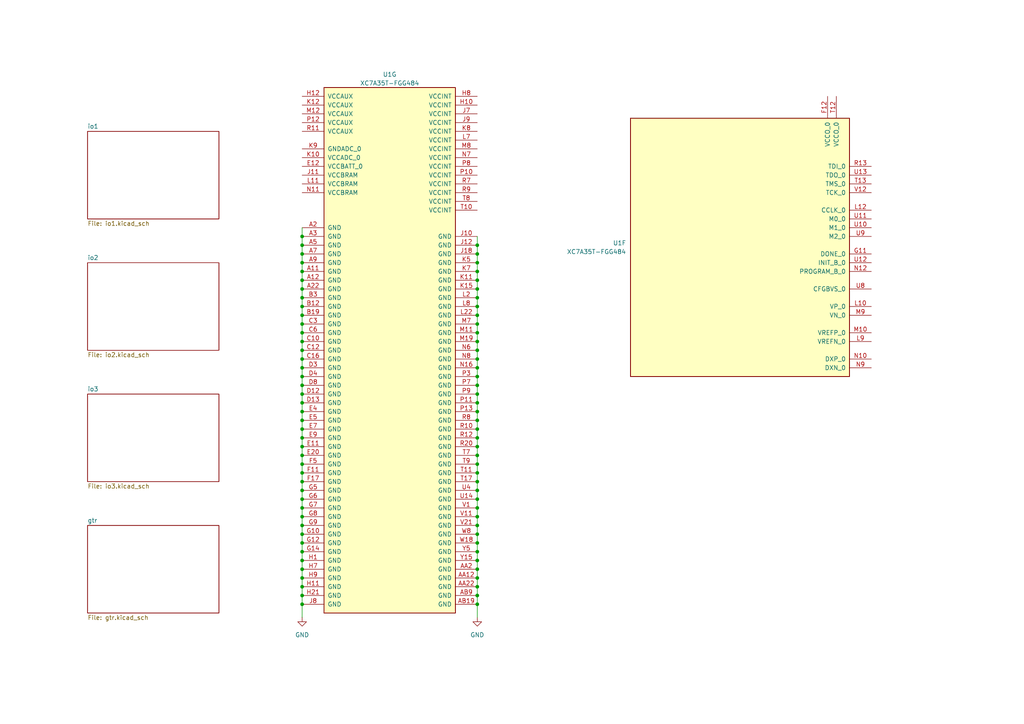
<source format=kicad_sch>
(kicad_sch (version 20250114) (generator "eeschema") (generator_version "9.0")
  (paper "A4")
  (lib_symbols
    (symbol "FPGA_Xilinx_Artix7:XC7A35T-FGG484" (pin_names (offset 1.016))
      (property "Reference" "U" (at 0 1.27 0))
      (property "Value" "XC7A35T-FGG484" (at 0 -1.27 0))
      (symbol "XC7A35T-FGG484_1_1"
        (rectangle (start -44.45 67.31) (end 44.45 -73.66) (stroke (width 0.254)) (fill (type background)))
        (pin power_in line (at -40.64 73.66 270) (length 6.35) (name "VCCO_13") (number "AA17"))
        (pin power_in line (at -38.1 73.66 270) (length 6.35) (name "VCCO_13") (number "AB14"))
        (pin power_in line (at -35.56 73.66 270) (length 6.35) (name "VCCO_13") (number "V16"))
        (pin power_in line (at -33.02 73.66 270) (length 6.35) (name "VCCO_13") (number "W13"))
        (pin power_in line (at -30.48 73.66 270) (length 6.35) (name "VCCO_13") (number "Y10"))
        (pin power_in line (at 27.94 73.66 270) (length 6.35) (name "VCCO_14") (number "M14"))
        (pin power_in line (at 30.48 73.66 270) (length 6.35) (name "VCCO_14") (number "P18"))
        (pin power_in line (at 33.02 73.66 270) (length 6.35) (name "VCCO_14") (number "R15"))
        (pin power_in line (at 35.56 73.66 270) (length 6.35) (name "VCCO_14") (number "T22"))
        (pin power_in line (at 38.1 73.66 270) (length 6.35) (name "VCCO_14") (number "U19"))
        (pin power_in line (at 40.64 73.66 270) (length 6.35) (name "VCCO_14") (number "Y20"))
        (pin bidirectional line (at 50.8 53.34 180) (length 6.35) (name "IO_0_14") (number "P20"))
        (pin bidirectional line (at 50.8 50.8 180) (length 6.35) (name "IO_L1P_T0_D00_MOSI_14") (number "P22"))
        (pin bidirectional line (at 50.8 48.26 180) (length 6.35) (name "IO_L1N_T0_D01_DIN_14") (number "R22"))
        (pin bidirectional line (at 50.8 45.72 180) (length 6.35) (name "IO_L2P_T0_D02_14") (number "P21"))
        (pin bidirectional line (at 50.8 43.18 180) (length 6.35) (name "IO_L2N_T0_D03_14") (number "R21"))
        (pin bidirectional line (at 50.8 40.64 180) (length 6.35) (name "IO_L3P_T0_DQS_PUDC_B_14") (number "U22"))
        (pin bidirectional line (at 50.8 38.1 180) (length 6.35) (name "IO_L3N_T0_DQS_EMCCLK_14") (number "V22"))
        (pin bidirectional line (at 50.8 35.56 180) (length 6.35) (name "IO_L4P_T0_D04_14") (number "T21"))
        (pin bidirectional line (at 50.8 33.02 180) (length 6.35) (name "IO_L4N_T0_D05_14") (number "U21"))
        (pin bidirectional line (at 50.8 30.48 180) (length 6.35) (name "IO_L5P_T0_D06_14") (number "P19"))
        (pin bidirectional line (at 50.8 27.94 180) (length 6.35) (name "IO_L5N_T0_D07_14") (number "R19"))
        (pin bidirectional line (at 50.8 25.4 180) (length 6.35) (name "IO_L6P_T0_FCS_B_14") (number "T19"))
        (pin bidirectional line (at 50.8 22.86 180) (length 6.35) (name "IO_L6N_T0_D08_VREF_14") (number "T20"))
        (pin bidirectional line (at 50.8 20.32 180) (length 6.35) (name "IO_L7P_T1_D09_14") (number "W21"))
        (pin bidirectional line (at 50.8 17.78 180) (length 6.35) (name "IO_L7N_T1_D10_14") (number "W22"))
        (pin bidirectional line (at 50.8 15.24 180) (length 6.35) (name "IO_L8P_T1_D11_14") (number "AA20"))
        (pin bidirectional line (at 50.8 12.7 180) (length 6.35) (name "IO_L8N_T1_D12_14") (number "AA21"))
        (pin bidirectional line (at 50.8 10.16 180) (length 6.35) (name "IO_L9P_T1_DQS_14") (number "Y21"))
        (pin bidirectional line (at 50.8 7.62 180) (length 6.35) (name "IO_L9N_T1_DQS_D13_14") (number "Y22"))
        (pin bidirectional line (at 50.8 5.08 180) (length 6.35) (name "IO_L10P_T1_D14_14") (number "AB21"))
        (pin bidirectional line (at 50.8 2.54 180) (length 6.35) (name "IO_L10N_T1_D15_14") (number "AB22"))
        (pin bidirectional line (at 50.8 0 180) (length 6.35) (name "IO_L11P_T1_SRCC_14") (number "U20"))
        (pin bidirectional line (at 50.8 -2.54 180) (length 6.35) (name "IO_L11N_T1_SRCC_14") (number "V20"))
        (pin bidirectional line (at 50.8 -5.08 180) (length 6.35) (name "IO_L12P_T1_MRCC_14") (number "W19"))
        (pin bidirectional line (at 50.8 -7.62 180) (length 6.35) (name "IO_L12N_T1_MRCC_14") (number "W20"))
        (pin bidirectional line (at 50.8 -10.16 180) (length 6.35) (name "IO_L13P_T2_MRCC_14") (number "Y18"))
        (pin bidirectional line (at 50.8 -12.7 180) (length 6.35) (name "IO_L13N_T2_MRCC_14") (number "Y19"))
        (pin bidirectional line (at 50.8 -15.24 180) (length 6.35) (name "IO_L14P_T2_SRCC_14") (number "V18"))
        (pin bidirectional line (at 50.8 -17.78 180) (length 6.35) (name "IO_L14N_T2_SRCC_14") (number "V19"))
        (pin bidirectional line (at 50.8 -20.32 180) (length 6.35) (name "IO_L15P_T2_DQS_RDWR_B_14") (number "AA19"))
        (pin bidirectional line (at 50.8 -22.86 180) (length 6.35) (name "IO_L15N_T2_DQS_DOUT_CSO_B_14") (number "AB20"))
        (pin bidirectional line (at 50.8 -25.4 180) (length 6.35) (name "IO_L16P_T2_CSI_B_14") (number "V17"))
        (pin bidirectional line (at 50.8 -27.94 180) (length 6.35) (name "IO_L16N_T2_A15_D31_14") (number "W17"))
        (pin bidirectional line (at 50.8 -30.48 180) (length 6.35) (name "IO_L17P_T2_A14_D30_14") (number "AA18"))
        (pin bidirectional line (at 50.8 -33.02 180) (length 6.35) (name "IO_L17N_T2_A13_D29_14") (number "AB18"))
        (pin bidirectional line (at 50.8 -35.56 180) (length 6.35) (name "IO_L18P_T2_A12_D28_14") (number "U17"))
        (pin bidirectional line (at 50.8 -38.1 180) (length 6.35) (name "IO_L18N_T2_A11_D27_14") (number "U18"))
        (pin bidirectional line (at 50.8 -40.64 180) (length 6.35) (name "IO_L19P_T3_A10_D26_14") (number "P14"))
        (pin bidirectional line (at 50.8 -43.18 180) (length 6.35) (name "IO_L19N_T3_A09_D25_VREF_14") (number "R14"))
        (pin bidirectional line (at 50.8 -45.72 180) (length 6.35) (name "IO_L20P_T3_A08_D24_14") (number "R18"))
        (pin bidirectional line (at 50.8 -48.26 180) (length 6.35) (name "IO_L20N_T3_A07_D23_14") (number "T18"))
        (pin bidirectional line (at 50.8 -50.8 180) (length 6.35) (name "IO_L21P_T3_DQS_14") (number "N17"))
        (pin bidirectional line (at 50.8 -53.34 180) (length 6.35) (name "IO_L21N_T3_DQS_A06_D22_14") (number "P17"))
        (pin bidirectional line (at 50.8 -55.88 180) (length 6.35) (name "IO_L22P_T3_A05_D21_14") (number "P15"))
        (pin bidirectional line (at 50.8 -58.42 180) (length 6.35) (name "IO_L22N_T3_A04_D20_14") (number "R16"))
        (pin bidirectional line (at 50.8 -60.96 180) (length 6.35) (name "IO_L23P_T3_A03_D19_14") (number "N13"))
        (pin bidirectional line (at 50.8 -63.5 180) (length 6.35) (name "IO_L23N_T3_A02_D18_14") (number "N14"))
        (pin bidirectional line (at 50.8 -66.04 180) (length 6.35) (name "IO_L24P_T3_A01_D17_14") (number "P16"))
        (pin bidirectional line (at 50.8 -68.58 180) (length 6.35) (name "IO_L24N_T3_A00_D16_14") (number "R17"))
        (pin bidirectional line (at 50.8 -71.12 180) (length 6.35) (name "IO_25_14") (number "N15"))
      )
      (symbol "XC7A35T-FGG484_2_1"
        (rectangle (start -44.45 67.31) (end 44.45 -73.66) (stroke (width 0.254)) (fill (type background)))
        (pin bidirectional line (at -50.8 53.34 0) (length 6.35) (name "IO_0_15") (number "J16"))
        (pin bidirectional line (at -50.8 50.8 0) (length 6.35) (name "IO_L1P_T0_AD0P_15") (number "H13"))
        (pin bidirectional line (at -50.8 48.26 0) (length 6.35) (name "IO_L1N_T0_AD0N_15") (number "G13"))
        (pin bidirectional line (at -50.8 45.72 0) (length 6.35) (name "IO_L2P_T0_AD8P_15") (number "G15"))
        (pin bidirectional line (at -50.8 43.18 0) (length 6.35) (name "IO_L2N_T0_AD8N_15") (number "G16"))
        (pin bidirectional line (at -50.8 40.64 0) (length 6.35) (name "IO_L3P_T0_DQS_AD1P_15") (number "J14"))
        (pin bidirectional line (at -50.8 38.1 0) (length 6.35) (name "IO_L3N_T0_DQS_AD1N_15") (number "H14"))
        (pin bidirectional line (at -50.8 35.56 0) (length 6.35) (name "IO_L4P_T0_15") (number "G17"))
        (pin bidirectional line (at -50.8 33.02 0) (length 6.35) (name "IO_L4N_T0_15") (number "G18"))
        (pin bidirectional line (at -50.8 30.48 0) (length 6.35) (name "IO_L5P_T0_AD9P_15") (number "J15"))
        (pin bidirectional line (at -50.8 27.94 0) (length 6.35) (name "IO_L5N_T0_AD9N_15") (number "H15"))
        (pin bidirectional line (at -50.8 25.4 0) (length 6.35) (name "IO_L6P_T0_15") (number "H17"))
        (pin bidirectional line (at -50.8 22.86 0) (length 6.35) (name "IO_L6N_T0_VREF_15") (number "H18"))
        (pin bidirectional line (at -50.8 20.32 0) (length 6.35) (name "IO_L7P_T1_AD2P_15") (number "J22"))
        (pin bidirectional line (at -50.8 17.78 0) (length 6.35) (name "IO_L7N_T1_AD2N_15") (number "H22"))
        (pin bidirectional line (at -50.8 15.24 0) (length 6.35) (name "IO_L8P_T1_AD10P_15") (number "H20"))
        (pin bidirectional line (at -50.8 12.7 0) (length 6.35) (name "IO_L8N_T1_AD10N_15") (number "G20"))
        (pin bidirectional line (at -50.8 10.16 0) (length 6.35) (name "IO_L9P_T1_DQS_AD3P_15") (number "K21"))
        (pin bidirectional line (at -50.8 7.62 0) (length 6.35) (name "IO_L9N_T1_DQS_AD3N_15") (number "K22"))
        (pin bidirectional line (at -50.8 5.08 0) (length 6.35) (name "IO_L10P_T1_AD11P_15") (number "M21"))
        (pin bidirectional line (at -50.8 2.54 0) (length 6.35) (name "IO_L10N_T1_AD11N_15") (number "L21"))
        (pin bidirectional line (at -50.8 0 0) (length 6.35) (name "IO_L11P_T1_SRCC_15") (number "J20"))
        (pin bidirectional line (at -50.8 -2.54 0) (length 6.35) (name "IO_L11N_T1_SRCC_15") (number "J21"))
        (pin bidirectional line (at -50.8 -5.08 0) (length 6.35) (name "IO_L12P_T1_MRCC_15") (number "J19"))
        (pin bidirectional line (at -50.8 -7.62 0) (length 6.35) (name "IO_L12N_T1_MRCC_15") (number "H19"))
        (pin bidirectional line (at -50.8 -10.16 0) (length 6.35) (name "IO_L13P_T2_MRCC_15") (number "K18"))
        (pin bidirectional line (at -50.8 -12.7 0) (length 6.35) (name "IO_L13N_T2_MRCC_15") (number "K19"))
        (pin bidirectional line (at -50.8 -15.24 0) (length 6.35) (name "IO_L14P_T2_SRCC_15") (number "L19"))
        (pin bidirectional line (at -50.8 -17.78 0) (length 6.35) (name "IO_L14N_T2_SRCC_15") (number "L20"))
        (pin bidirectional line (at -50.8 -20.32 0) (length 6.35) (name "IO_L15P_T2_DQS_15") (number "N22"))
        (pin bidirectional line (at -50.8 -22.86 0) (length 6.35) (name "IO_L15N_T2_DQS_ADV_B_15") (number "M22"))
        (pin bidirectional line (at -50.8 -25.4 0) (length 6.35) (name "IO_L16P_T2_A28_15") (number "M18"))
        (pin bidirectional line (at -50.8 -27.94 0) (length 6.35) (name "IO_L16N_T2_A27_15") (number "L18"))
        (pin bidirectional line (at -50.8 -30.48 0) (length 6.35) (name "IO_L17P_T2_A26_15") (number "N18"))
        (pin bidirectional line (at -50.8 -33.02 0) (length 6.35) (name "IO_L17N_T2_A25_15") (number "N19"))
        (pin bidirectional line (at -50.8 -35.56 0) (length 6.35) (name "IO_L18P_T2_A24_15") (number "N20"))
        (pin bidirectional line (at -50.8 -38.1 0) (length 6.35) (name "IO_L18N_T2_A23_15") (number "M20"))
        (pin bidirectional line (at -50.8 -40.64 0) (length 6.35) (name "IO_L19P_T3_A22_15") (number "K13"))
        (pin bidirectional line (at -50.8 -43.18 0) (length 6.35) (name "IO_L19N_T3_A21_VREF_15") (number "K14"))
        (pin bidirectional line (at -50.8 -45.72 0) (length 6.35) (name "IO_L20P_T3_A20_15") (number "M13"))
        (pin bidirectional line (at -50.8 -48.26 0) (length 6.35) (name "IO_L20N_T3_A19_15") (number "L13"))
        (pin bidirectional line (at -50.8 -50.8 0) (length 6.35) (name "IO_L21P_T3_DQS_15") (number "K17"))
        (pin bidirectional line (at -50.8 -53.34 0) (length 6.35) (name "IO_L21N_T3_DQS_A18_15") (number "J17"))
        (pin bidirectional line (at -50.8 -55.88 0) (length 6.35) (name "IO_L22P_T3_A17_15") (number "L14"))
        (pin bidirectional line (at -50.8 -58.42 0) (length 6.35) (name "IO_L22N_T3_A16_15") (number "L15"))
        (pin bidirectional line (at -50.8 -60.96 0) (length 6.35) (name "IO_L23P_T3_FOE_B_15") (number "L16"))
        (pin bidirectional line (at -50.8 -63.5 0) (length 6.35) (name "IO_L23N_T3_FWE_B_15") (number "K16"))
        (pin bidirectional line (at -50.8 -66.04 0) (length 6.35) (name "IO_L24P_T3_RS1_15") (number "M15"))
        (pin bidirectional line (at -50.8 -68.58 0) (length 6.35) (name "IO_L24N_T3_RS0_15") (number "M16"))
        (pin bidirectional line (at -50.8 -71.12 0) (length 6.35) (name "IO_25_15") (number "M17"))
        (pin power_in line (at -40.64 73.66 270) (length 6.35) (name "VCCO_15") (number "G19"))
        (pin power_in line (at -38.1 73.66 270) (length 6.35) (name "VCCO_15") (number "H16"))
        (pin power_in line (at -35.56 73.66 270) (length 6.35) (name "VCCO_15") (number "J13"))
        (pin power_in line (at -33.02 73.66 270) (length 6.35) (name "VCCO_15") (number "K20"))
        (pin power_in line (at -30.48 73.66 270) (length 6.35) (name "VCCO_15") (number "L17"))
        (pin power_in line (at -27.94 73.66 270) (length 6.35) (name "VCCO_15") (number "N21"))
        (pin power_in line (at 27.94 73.66 270) (length 6.35) (name "VCCO_16") (number "A17"))
        (pin power_in line (at 30.48 73.66 270) (length 6.35) (name "VCCO_16") (number "B14"))
        (pin power_in line (at 33.02 73.66 270) (length 6.35) (name "VCCO_16") (number "C21"))
        (pin power_in line (at 35.56 73.66 270) (length 6.35) (name "VCCO_16") (number "D18"))
        (pin power_in line (at 38.1 73.66 270) (length 6.35) (name "VCCO_16") (number "E15"))
        (pin power_in line (at 40.64 73.66 270) (length 6.35) (name "VCCO_16") (number "F22"))
        (pin bidirectional line (at 50.8 53.34 180) (length 6.35) (name "IO_0_16") (number "F15"))
        (pin bidirectional line (at 50.8 50.8 180) (length 6.35) (name "IO_L1P_T0_16") (number "F13"))
        (pin bidirectional line (at 50.8 48.26 180) (length 6.35) (name "IO_L1N_T0_16") (number "F14"))
        (pin bidirectional line (at 50.8 45.72 180) (length 6.35) (name "IO_L2P_T0_16") (number "F16"))
        (pin bidirectional line (at 50.8 43.18 180) (length 6.35) (name "IO_L2N_T0_16") (number "E17"))
        (pin bidirectional line (at 50.8 40.64 180) (length 6.35) (name "IO_L3P_T0_DQS_16") (number "C14"))
        (pin bidirectional line (at 50.8 38.1 180) (length 6.35) (name "IO_L3N_T0_DQS_16") (number "C15"))
        (pin bidirectional line (at 50.8 35.56 180) (length 6.35) (name "IO_L4P_T0_16") (number "E13"))
        (pin bidirectional line (at 50.8 33.02 180) (length 6.35) (name "IO_L4N_T0_16") (number "E14"))
        (pin bidirectional line (at 50.8 30.48 180) (length 6.35) (name "IO_L5P_T0_16") (number "E16"))
        (pin bidirectional line (at 50.8 27.94 180) (length 6.35) (name "IO_L5N_T0_16") (number "D16"))
        (pin bidirectional line (at 50.8 25.4 180) (length 6.35) (name "IO_L6P_T0_16") (number "D14"))
        (pin bidirectional line (at 50.8 22.86 180) (length 6.35) (name "IO_L6N_T0_VREF_16") (number "D15"))
        (pin bidirectional line (at 50.8 20.32 180) (length 6.35) (name "IO_L7P_T1_16") (number "B15"))
        (pin bidirectional line (at 50.8 17.78 180) (length 6.35) (name "IO_L7N_T1_16") (number "B16"))
        (pin bidirectional line (at 50.8 15.24 180) (length 6.35) (name "IO_L8P_T1_16") (number "C13"))
        (pin bidirectional line (at 50.8 12.7 180) (length 6.35) (name "IO_L8N_T1_16") (number "B13"))
        (pin bidirectional line (at 50.8 10.16 180) (length 6.35) (name "IO_L9P_T1_DQS_16") (number "A15"))
        (pin bidirectional line (at 50.8 7.62 180) (length 6.35) (name "IO_L9N_T1_DQS_16") (number "A16"))
        (pin bidirectional line (at 50.8 5.08 180) (length 6.35) (name "IO_L10P_T1_16") (number "A13"))
        (pin bidirectional line (at 50.8 2.54 180) (length 6.35) (name "IO_L10N_T1_16") (number "A14"))
        (pin bidirectional line (at 50.8 0 180) (length 6.35) (name "IO_L11P_T1_SRCC_16") (number "B17"))
        (pin bidirectional line (at 50.8 -2.54 180) (length 6.35) (name "IO_L11N_T1_SRCC_16") (number "B18"))
        (pin bidirectional line (at 50.8 -5.08 180) (length 6.35) (name "IO_L12P_T1_MRCC_16") (number "D17"))
        (pin bidirectional line (at 50.8 -7.62 180) (length 6.35) (name "IO_L12N_T1_MRCC_16") (number "C17"))
        (pin bidirectional line (at 50.8 -10.16 180) (length 6.35) (name "IO_L13P_T2_MRCC_16") (number "C18"))
        (pin bidirectional line (at 50.8 -12.7 180) (length 6.35) (name "IO_L13N_T2_MRCC_16") (number "C19"))
        (pin bidirectional line (at 50.8 -15.24 180) (length 6.35) (name "IO_L14P_T2_SRCC_16") (number "E19"))
        (pin bidirectional line (at 50.8 -17.78 180) (length 6.35) (name "IO_L14N_T2_SRCC_16") (number "D19"))
        (pin bidirectional line (at 50.8 -20.32 180) (length 6.35) (name "IO_L15P_T2_DQS_16") (number "F18"))
        (pin bidirectional line (at 50.8 -22.86 180) (length 6.35) (name "IO_L15N_T2_DQS_16") (number "E18"))
        (pin bidirectional line (at 50.8 -25.4 180) (length 6.35) (name "IO_L16P_T2_16") (number "B20"))
        (pin bidirectional line (at 50.8 -27.94 180) (length 6.35) (name "IO_L16N_T2_16") (number "A20"))
        (pin bidirectional line (at 50.8 -30.48 180) (length 6.35) (name "IO_L17P_T2_16") (number "A18"))
        (pin bidirectional line (at 50.8 -33.02 180) (length 6.35) (name "IO_L17N_T2_16") (number "A19"))
        (pin bidirectional line (at 50.8 -35.56 180) (length 6.35) (name "IO_L18P_T2_16") (number "F19"))
        (pin bidirectional line (at 50.8 -38.1 180) (length 6.35) (name "IO_L18N_T2_16") (number "F20"))
        (pin bidirectional line (at 50.8 -40.64 180) (length 6.35) (name "IO_L19P_T3_16") (number "D20"))
        (pin bidirectional line (at 50.8 -43.18 180) (length 6.35) (name "IO_L19N_T3_VREF_16") (number "C20"))
        (pin bidirectional line (at 50.8 -45.72 180) (length 6.35) (name "IO_L20P_T3_16") (number "C22"))
        (pin bidirectional line (at 50.8 -48.26 180) (length 6.35) (name "IO_L20N_T3_16") (number "B22"))
        (pin bidirectional line (at 50.8 -50.8 180) (length 6.35) (name "IO_L21P_T3_DQS_16") (number "B21"))
        (pin bidirectional line (at 50.8 -53.34 180) (length 6.35) (name "IO_L21N_T3_DQS_16") (number "A21"))
        (pin bidirectional line (at 50.8 -55.88 180) (length 6.35) (name "IO_L22P_T3_16") (number "E22"))
        (pin bidirectional line (at 50.8 -58.42 180) (length 6.35) (name "IO_L22N_T3_16") (number "D22"))
        (pin bidirectional line (at 50.8 -60.96 180) (length 6.35) (name "IO_L23P_T3_16") (number "E21"))
        (pin bidirectional line (at 50.8 -63.5 180) (length 6.35) (name "IO_L23N_T3_16") (number "D21"))
        (pin bidirectional line (at 50.8 -66.04 180) (length 6.35) (name "IO_L24P_T3_16") (number "G21"))
        (pin bidirectional line (at 50.8 -68.58 180) (length 6.35) (name "IO_L24N_T3_16") (number "G22"))
        (pin bidirectional line (at 50.8 -71.12 180) (length 6.35) (name "IO_25_16") (number "F21"))
      )
      (symbol "XC7A35T-FGG484_3_1"
        (rectangle (start -44.45 67.31) (end 44.45 -73.66) (stroke (width 0.254)) (fill (type background)))
        (pin bidirectional line (at -50.8 53.34 0) (length 6.35) (name "IO_0_34") (number "T3"))
        (pin bidirectional line (at -50.8 50.8 0) (length 6.35) (name "IO_L1P_T0_34") (number "T1"))
        (pin bidirectional line (at -50.8 48.26 0) (length 6.35) (name "IO_L1N_T0_34") (number "U1"))
        (pin bidirectional line (at -50.8 45.72 0) (length 6.35) (name "IO_L2P_T0_34") (number "U2"))
        (pin bidirectional line (at -50.8 43.18 0) (length 6.35) (name "IO_L2N_T0_34") (number "V2"))
        (pin bidirectional line (at -50.8 40.64 0) (length 6.35) (name "IO_L3P_T0_DQS_34") (number "R3"))
        (pin bidirectional line (at -50.8 38.1 0) (length 6.35) (name "IO_L3N_T0_DQS_34") (number "R2"))
        (pin bidirectional line (at -50.8 35.56 0) (length 6.35) (name "IO_L4P_T0_34") (number "W2"))
        (pin bidirectional line (at -50.8 33.02 0) (length 6.35) (name "IO_L4N_T0_34") (number "Y2"))
        (pin bidirectional line (at -50.8 30.48 0) (length 6.35) (name "IO_L5P_T0_34") (number "W1"))
        (pin bidirectional line (at -50.8 27.94 0) (length 6.35) (name "IO_L5N_T0_34") (number "Y1"))
        (pin bidirectional line (at -50.8 25.4 0) (length 6.35) (name "IO_L6P_T0_34") (number "U3"))
        (pin bidirectional line (at -50.8 22.86 0) (length 6.35) (name "IO_L6N_T0_VREF_34") (number "V3"))
        (pin bidirectional line (at -50.8 20.32 0) (length 6.35) (name "IO_L7P_T1_34") (number "AA1"))
        (pin bidirectional line (at -50.8 17.78 0) (length 6.35) (name "IO_L7N_T1_34") (number "AB1"))
        (pin bidirectional line (at -50.8 15.24 0) (length 6.35) (name "IO_L8P_T1_34") (number "AB3"))
        (pin bidirectional line (at -50.8 12.7 0) (length 6.35) (name "IO_L8N_T1_34") (number "AB2"))
        (pin bidirectional line (at -50.8 10.16 0) (length 6.35) (name "IO_L9P_T1_DQS_34") (number "Y3"))
        (pin bidirectional line (at -50.8 7.62 0) (length 6.35) (name "IO_L9N_T1_DQS_34") (number "AA3"))
        (pin bidirectional line (at -50.8 5.08 0) (length 6.35) (name "IO_L10P_T1_34") (number "AA5"))
        (pin bidirectional line (at -50.8 2.54 0) (length 6.35) (name "IO_L10N_T1_34") (number "AB5"))
        (pin bidirectional line (at -50.8 0 0) (length 6.35) (name "IO_L11P_T1_SRCC_34") (number "Y4"))
        (pin bidirectional line (at -50.8 -2.54 0) (length 6.35) (name "IO_L11N_T1_SRCC_34") (number "AA4"))
        (pin bidirectional line (at -50.8 -5.08 0) (length 6.35) (name "IO_L12P_T1_MRCC_34") (number "V4"))
        (pin bidirectional line (at -50.8 -7.62 0) (length 6.35) (name "IO_L12N_T1_MRCC_34") (number "W4"))
        (pin bidirectional line (at -50.8 -10.16 0) (length 6.35) (name "IO_L13P_T2_MRCC_34") (number "R4"))
        (pin bidirectional line (at -50.8 -12.7 0) (length 6.35) (name "IO_L13N_T2_MRCC_34") (number "T4"))
        (pin bidirectional line (at -50.8 -15.24 0) (length 6.35) (name "IO_L14P_T2_SRCC_34") (number "T5"))
        (pin bidirectional line (at -50.8 -17.78 0) (length 6.35) (name "IO_L14N_T2_SRCC_34") (number "U5"))
        (pin bidirectional line (at -50.8 -20.32 0) (length 6.35) (name "IO_L15P_T2_DQS_34") (number "W6"))
        (pin bidirectional line (at -50.8 -22.86 0) (length 6.35) (name "IO_L15N_T2_DQS_34") (number "W5"))
        (pin bidirectional line (at -50.8 -25.4 0) (length 6.35) (name "IO_L16P_T2_34") (number "U6"))
        (pin bidirectional line (at -50.8 -27.94 0) (length 6.35) (name "IO_L16N_T2_34") (number "V5"))
        (pin bidirectional line (at -50.8 -30.48 0) (length 6.35) (name "IO_L17P_T2_34") (number "R6"))
        (pin bidirectional line (at -50.8 -33.02 0) (length 6.35) (name "IO_L17N_T2_34") (number "T6"))
        (pin bidirectional line (at -50.8 -35.56 0) (length 6.35) (name "IO_L18P_T2_34") (number "Y6"))
        (pin bidirectional line (at -50.8 -38.1 0) (length 6.35) (name "IO_L18N_T2_34") (number "AA6"))
        (pin bidirectional line (at -50.8 -40.64 0) (length 6.35) (name "IO_L19P_T3_34") (number "V7"))
        (pin bidirectional line (at -50.8 -43.18 0) (length 6.35) (name "IO_L19N_T3_VREF_34") (number "W7"))
        (pin bidirectional line (at -50.8 -45.72 0) (length 6.35) (name "IO_L20P_T3_34") (number "AB7"))
        (pin bidirectional line (at -50.8 -48.26 0) (length 6.35) (name "IO_L20N_T3_34") (number "AB6"))
        (pin bidirectional line (at -50.8 -50.8 0) (length 6.35) (name "IO_L21P_T3_DQS_34") (number "V9"))
        (pin bidirectional line (at -50.8 -53.34 0) (length 6.35) (name "IO_L21N_T3_DQS_34") (number "V8"))
        (pin bidirectional line (at -50.8 -55.88 0) (length 6.35) (name "IO_L22P_T3_34") (number "AA8"))
        (pin bidirectional line (at -50.8 -58.42 0) (length 6.35) (name "IO_L22N_T3_34") (number "AB8"))
        (pin bidirectional line (at -50.8 -60.96 0) (length 6.35) (name "IO_L23P_T3_34") (number "Y8"))
        (pin bidirectional line (at -50.8 -63.5 0) (length 6.35) (name "IO_L23N_T3_34") (number "Y7"))
        (pin bidirectional line (at -50.8 -66.04 0) (length 6.35) (name "IO_L24P_T3_34") (number "W9"))
        (pin bidirectional line (at -50.8 -68.58 0) (length 6.35) (name "IO_L24N_T3_34") (number "Y9"))
        (pin bidirectional line (at -50.8 -71.12 0) (length 6.35) (name "IO_25_34") (number "U7"))
        (pin power_in line (at -40.64 73.66 270) (length 6.35) (name "VCCO_34") (number "AA7"))
        (pin power_in line (at -38.1 73.66 270) (length 6.35) (name "VCCO_34") (number "AB4"))
        (pin power_in line (at -35.56 73.66 270) (length 6.35) (name "VCCO_34") (number "R5"))
        (pin power_in line (at -33.02 73.66 270) (length 6.35) (name "VCCO_34") (number "T2"))
        (pin power_in line (at -30.48 73.66 270) (length 6.35) (name "VCCO_34") (number "V6"))
        (pin power_in line (at -27.94 73.66 270) (length 6.35) (name "VCCO_34") (number "W3"))
        (pin power_in line (at 27.94 73.66 270) (length 6.35) (name "VCCO_35") (number "C1"))
        (pin power_in line (at 30.48 73.66 270) (length 6.35) (name "VCCO_35") (number "F2"))
        (pin power_in line (at 33.02 73.66 270) (length 6.35) (name "VCCO_35") (number "H6"))
        (pin power_in line (at 35.56 73.66 270) (length 6.35) (name "VCCO_35") (number "J3"))
        (pin power_in line (at 38.1 73.66 270) (length 6.35) (name "VCCO_35") (number "M4"))
        (pin power_in line (at 40.64 73.66 270) (length 6.35) (name "VCCO_35") (number "N1"))
        (pin bidirectional line (at 50.8 53.34 180) (length 6.35) (name "IO_0_35") (number "F4"))
        (pin bidirectional line (at 50.8 50.8 180) (length 6.35) (name "IO_L1P_T0_AD4P_35") (number "B1"))
        (pin bidirectional line (at 50.8 48.26 180) (length 6.35) (name "IO_L1N_T0_AD4N_35") (number "A1"))
        (pin bidirectional line (at 50.8 45.72 180) (length 6.35) (name "IO_L2P_T0_AD12P_35") (number "C2"))
        (pin bidirectional line (at 50.8 43.18 180) (length 6.35) (name "IO_L2N_T0_AD12N_35") (number "B2"))
        (pin bidirectional line (at 50.8 40.64 180) (length 6.35) (name "IO_L3P_T0_DQS_AD5P_35") (number "E1"))
        (pin bidirectional line (at 50.8 38.1 180) (length 6.35) (name "IO_L3N_T0_DQS_AD5N_35") (number "D1"))
        (pin bidirectional line (at 50.8 35.56 180) (length 6.35) (name "IO_L4P_T0_35") (number "E2"))
        (pin bidirectional line (at 50.8 33.02 180) (length 6.35) (name "IO_L4N_T0_35") (number "D2"))
        (pin bidirectional line (at 50.8 30.48 180) (length 6.35) (name "IO_L5P_T0_AD13P_35") (number "G1"))
        (pin bidirectional line (at 50.8 27.94 180) (length 6.35) (name "IO_L5N_T0_AD13N_35") (number "F1"))
        (pin bidirectional line (at 50.8 25.4 180) (length 6.35) (name "IO_L6P_T0_35") (number "F3"))
        (pin bidirectional line (at 50.8 22.86 180) (length 6.35) (name "IO_L6N_T0_VREF_35") (number "E3"))
        (pin bidirectional line (at 50.8 20.32 180) (length 6.35) (name "IO_L7P_T1_AD6P_35") (number "K1"))
        (pin bidirectional line (at 50.8 17.78 180) (length 6.35) (name "IO_L7N_T1_AD6N_35") (number "J1"))
        (pin bidirectional line (at 50.8 15.24 180) (length 6.35) (name "IO_L8P_T1_AD14P_35") (number "H2"))
        (pin bidirectional line (at 50.8 12.7 180) (length 6.35) (name "IO_L8N_T1_AD14N_35") (number "G2"))
        (pin bidirectional line (at 50.8 10.16 180) (length 6.35) (name "IO_L9P_T1_DQS_AD7P_35") (number "K2"))
        (pin bidirectional line (at 50.8 7.62 180) (length 6.35) (name "IO_L9N_T1_DQS_AD7N_35") (number "J2"))
        (pin bidirectional line (at 50.8 5.08 180) (length 6.35) (name "IO_L10P_T1_AD15P_35") (number "J5"))
        (pin bidirectional line (at 50.8 2.54 180) (length 6.35) (name "IO_L10N_T1_AD15N_35") (number "H5"))
        (pin bidirectional line (at 50.8 0 180) (length 6.35) (name "IO_L11P_T1_SRCC_35") (number "H3"))
        (pin bidirectional line (at 50.8 -2.54 180) (length 6.35) (name "IO_L11N_T1_SRCC_35") (number "G3"))
        (pin bidirectional line (at 50.8 -5.08 180) (length 6.35) (name "IO_L12P_T1_MRCC_35") (number "H4"))
        (pin bidirectional line (at 50.8 -7.62 180) (length 6.35) (name "IO_L12N_T1_MRCC_35") (number "G4"))
        (pin bidirectional line (at 50.8 -10.16 180) (length 6.35) (name "IO_L13P_T2_MRCC_35") (number "K4"))
        (pin bidirectional line (at 50.8 -12.7 180) (length 6.35) (name "IO_L13N_T2_MRCC_35") (number "J4"))
        (pin bidirectional line (at 50.8 -15.24 180) (length 6.35) (name "IO_L14P_T2_SRCC_35") (number "L3"))
        (pin bidirectional line (at 50.8 -17.78 180) (length 6.35) (name "IO_L14N_T2_SRCC_35") (number "K3"))
        (pin bidirectional line (at 50.8 -20.32 180) (length 6.35) (name "IO_L15P_T2_DQS_35") (number "M1"))
        (pin bidirectional line (at 50.8 -22.86 180) (length 6.35) (name "IO_L15N_T2_DQS_35") (number "L1"))
        (pin bidirectional line (at 50.8 -25.4 180) (length 6.35) (name "IO_L16P_T2_35") (number "M3"))
        (pin bidirectional line (at 50.8 -27.94 180) (length 6.35) (name "IO_L16N_T2_35") (number "M2"))
        (pin bidirectional line (at 50.8 -30.48 180) (length 6.35) (name "IO_L17P_T2_35") (number "K6"))
        (pin bidirectional line (at 50.8 -33.02 180) (length 6.35) (name "IO_L17N_T2_35") (number "J6"))
        (pin bidirectional line (at 50.8 -35.56 180) (length 6.35) (name "IO_L18P_T2_35") (number "L5"))
        (pin bidirectional line (at 50.8 -38.1 180) (length 6.35) (name "IO_L18N_T2_35") (number "L4"))
        (pin bidirectional line (at 50.8 -40.64 180) (length 6.35) (name "IO_L19P_T3_35") (number "N4"))
        (pin bidirectional line (at 50.8 -43.18 180) (length 6.35) (name "IO_L19N_T3_VREF_35") (number "N3"))
        (pin bidirectional line (at 50.8 -45.72 180) (length 6.35) (name "IO_L20P_T3_35") (number "R1"))
        (pin bidirectional line (at 50.8 -48.26 180) (length 6.35) (name "IO_L20N_T3_35") (number "P1"))
        (pin bidirectional line (at 50.8 -50.8 180) (length 6.35) (name "IO_L21P_T3_DQS_35") (number "P5"))
        (pin bidirectional line (at 50.8 -53.34 180) (length 6.35) (name "IO_L21N_T3_DQS_35") (number "P4"))
        (pin bidirectional line (at 50.8 -55.88 180) (length 6.35) (name "IO_L22P_T3_35") (number "P2"))
        (pin bidirectional line (at 50.8 -58.42 180) (length 6.35) (name "IO_L22N_T3_35") (number "N2"))
        (pin bidirectional line (at 50.8 -60.96 180) (length 6.35) (name "IO_L23P_T3_35") (number "M6"))
        (pin bidirectional line (at 50.8 -63.5 180) (length 6.35) (name "IO_L23N_T3_35") (number "M5"))
        (pin bidirectional line (at 50.8 -66.04 180) (length 6.35) (name "IO_L24P_T3_35") (number "P6"))
        (pin bidirectional line (at 50.8 -68.58 180) (length 6.35) (name "IO_L24N_T3_35") (number "N5"))
        (pin bidirectional line (at 50.8 -71.12 180) (length 6.35) (name "IO_25_35") (number "L6"))
      )
      (symbol "XC7A35T-FGG484_4_1"
        (rectangle (start -31.75 30.48) (end 31.75 -30.48) (stroke (width 0.254)) (fill (type background)))
        (pin bidirectional line (at -38.1 27.94 0) (length 6.35) (name "MGTPTXP0_216") (number "B4"))
        (pin bidirectional line (at -38.1 25.4 0) (length 6.35) (name "MGTPTXN0_216") (number "A4"))
        (pin bidirectional line (at -38.1 22.86 0) (length 6.35) (name "MGTPTXP1_216") (number "D5"))
        (pin bidirectional line (at -38.1 20.32 0) (length 6.35) (name "MGTPTXN1_216") (number "C5"))
        (pin bidirectional line (at -38.1 17.78 0) (length 6.35) (name "MGTPTXP2_216") (number "B6"))
        (pin bidirectional line (at -38.1 15.24 0) (length 6.35) (name "MGTPTXN2_216") (number "A6"))
        (pin bidirectional line (at -38.1 12.7 0) (length 6.35) (name "MGTPTXP3_216") (number "D7"))
        (pin bidirectional line (at -38.1 10.16 0) (length 6.35) (name "MGTPTXN3_216") (number "C7"))
        (pin bidirectional line (at -38.1 5.08 0) (length 6.35) (name "MGTPRXP0_216") (number "B8"))
        (pin bidirectional line (at -38.1 2.54 0) (length 6.35) (name "MGTPRXN0_216") (number "A8"))
        (pin bidirectional line (at -38.1 0 0) (length 6.35) (name "MGTPRXP1_216") (number "D11"))
        (pin bidirectional line (at -38.1 -2.54 0) (length 6.35) (name "MGTPRXN1_216") (number "C11"))
        (pin bidirectional line (at -38.1 -5.08 0) (length 6.35) (name "MGTPRXP2_216") (number "B10"))
        (pin bidirectional line (at -38.1 -7.62 0) (length 6.35) (name "MGTPRXN2_216") (number "A10"))
        (pin bidirectional line (at -38.1 -10.16 0) (length 6.35) (name "MGTPRXP3_216") (number "D9"))
        (pin bidirectional line (at -38.1 -12.7 0) (length 6.35) (name "MGTPRXN3_216") (number "C9"))
        (pin bidirectional line (at -38.1 -17.78 0) (length 6.35) (name "MGTREFCLK0P_216") (number "F6"))
        (pin bidirectional line (at -38.1 -20.32 0) (length 6.35) (name "MGTREFCLK0N_216") (number "E6"))
        (pin bidirectional line (at -38.1 -22.86 0) (length 6.35) (name "MGTREFCLK1P_216") (number "F10"))
        (pin bidirectional line (at -38.1 -25.4 0) (length 6.35) (name "MGTREFCLK1N_216") (number "E10"))
      )
      (symbol "XC7A35T-FGG484_5_1"
        (rectangle (start -31.75 12.7) (end 31.75 -12.7) (stroke (width 0.254)) (fill (type background)))
        (pin power_in line (at -38.1 10.16 0) (length 6.35) (name "MGTAVCC") (number "D6"))
        (pin power_in line (at -38.1 7.62 0) (length 6.35) (name "MGTAVCC") (number "D10"))
        (pin power_in line (at -38.1 5.08 0) (length 6.35) (name "MGTAVCC") (number "F7"))
        (pin power_in line (at -38.1 2.54 0) (length 6.35) (name "MGTAVCC") (number "F9"))
        (pin power_in line (at -38.1 0 0) (length 6.35) (name "MGTAVCC") (number "E8"))
        (pin power_in line (at 38.1 10.16 180) (length 6.35) (name "MGTAVTT") (number "B5"))
        (pin power_in line (at 38.1 7.62 180) (length 6.35) (name "MGTAVTT") (number "B7"))
        (pin power_in line (at 38.1 5.08 180) (length 6.35) (name "MGTAVTT") (number "B9"))
        (pin power_in line (at 38.1 2.54 180) (length 6.35) (name "MGTAVTT") (number "B11"))
        (pin power_in line (at 38.1 0 180) (length 6.35) (name "MGTAVTT") (number "C4"))
        (pin power_in line (at 38.1 -2.54 180) (length 6.35) (name "MGTAVTT") (number "C8"))
        (pin power_in line (at 38.1 -7.62 180) (length 6.35) (name "MGTRREF_216") (number "F8"))
      )
      (symbol "XC7A35T-FGG484_6_1"
        (rectangle (start -31.75 34.29) (end 31.75 -40.64) (stroke (width 0.254)) (fill (type background)))
        (pin power_in line (at 25.4 40.64 270) (length 6.35) (name "VCCO_0") (number "F12"))
        (pin power_in line (at 27.94 40.64 270) (length 6.35) (name "VCCO_0") (number "T12"))
        (pin bidirectional line (at 38.1 20.32 180) (length 6.35) (name "TDI_0") (number "R13"))
        (pin bidirectional line (at 38.1 17.78 180) (length 6.35) (name "TDO_0") (number "U13"))
        (pin bidirectional line (at 38.1 15.24 180) (length 6.35) (name "TMS_0") (number "T13"))
        (pin bidirectional line (at 38.1 12.7 180) (length 6.35) (name "TCK_0") (number "V12"))
        (pin bidirectional line (at 38.1 7.62 180) (length 6.35) (name "CCLK_0") (number "L12"))
        (pin bidirectional line (at 38.1 5.08 180) (length 6.35) (name "M0_0") (number "U11"))
        (pin bidirectional line (at 38.1 2.54 180) (length 6.35) (name "M1_0") (number "U10"))
        (pin bidirectional line (at 38.1 0 180) (length 6.35) (name "M2_0") (number "U9"))
        (pin bidirectional line (at 38.1 -5.08 180) (length 6.35) (name "DONE_0") (number "G11"))
        (pin bidirectional line (at 38.1 -7.62 180) (length 6.35) (name "INIT_B_0") (number "U12"))
        (pin bidirectional line (at 38.1 -10.16 180) (length 6.35) (name "PROGRAM_B_0") (number "N12"))
        (pin bidirectional line (at 38.1 -15.24 180) (length 6.35) (name "CFGBVS_0") (number "U8"))
        (pin bidirectional line (at 38.1 -20.32 180) (length 6.35) (name "VP_0") (number "L10"))
        (pin bidirectional line (at 38.1 -22.86 180) (length 6.35) (name "VN_0") (number "M9"))
        (pin bidirectional line (at 38.1 -27.94 180) (length 6.35) (name "VREFP_0") (number "M10"))
        (pin bidirectional line (at 38.1 -30.48 180) (length 6.35) (name "VREFN_0") (number "L9"))
        (pin bidirectional line (at 38.1 -35.56 180) (length 6.35) (name "DXP_0") (number "N10"))
        (pin bidirectional line (at 38.1 -38.1 180) (length 6.35) (name "DXN_0") (number "N9"))
      )
      (symbol "XC7A35T-FGG484_7_1"
        (rectangle (start -19.05 76.2) (end 19.05 -76.2) (stroke (width 0.254)) (fill (type background)))
        (pin power_in line (at -25.4 73.66 0) (length 6.35) (name "VCCAUX") (number "H12"))
        (pin power_in line (at -25.4 71.12 0) (length 6.35) (name "VCCAUX") (number "K12"))
        (pin power_in line (at -25.4 68.58 0) (length 6.35) (name "VCCAUX") (number "M12"))
        (pin power_in line (at -25.4 66.04 0) (length 6.35) (name "VCCAUX") (number "P12"))
        (pin power_in line (at -25.4 63.5 0) (length 6.35) (name "VCCAUX") (number "R11"))
        (pin power_in line (at -25.4 58.42 0) (length 6.35) (name "GNDADC_0") (number "K9"))
        (pin power_in line (at -25.4 55.88 0) (length 6.35) (name "VCCADC_0") (number "K10"))
        (pin power_in line (at -25.4 53.34 0) (length 6.35) (name "VCCBATT_0") (number "E12"))
        (pin power_in line (at -25.4 50.8 0) (length 6.35) (name "VCCBRAM") (number "J11"))
        (pin power_in line (at -25.4 48.26 0) (length 6.35) (name "VCCBRAM") (number "L11"))
        (pin power_in line (at -25.4 45.72 0) (length 6.35) (name "VCCBRAM") (number "N11"))
        (pin power_in line (at -25.4 35.56 0) (length 6.35) (name "GND") (number "A2"))
        (pin power_in line (at -25.4 33.02 0) (length 6.35) (name "GND") (number "A3"))
        (pin power_in line (at -25.4 30.48 0) (length 6.35) (name "GND") (number "A5"))
        (pin power_in line (at -25.4 27.94 0) (length 6.35) (name "GND") (number "A7"))
        (pin power_in line (at -25.4 25.4 0) (length 6.35) (name "GND") (number "A9"))
        (pin power_in line (at -25.4 22.86 0) (length 6.35) (name "GND") (number "A11"))
        (pin power_in line (at -25.4 20.32 0) (length 6.35) (name "GND") (number "A12"))
        (pin power_in line (at -25.4 17.78 0) (length 6.35) (name "GND") (number "A22"))
        (pin power_in line (at -25.4 15.24 0) (length 6.35) (name "GND") (number "B3"))
        (pin power_in line (at -25.4 12.7 0) (length 6.35) (name "GND") (number "B12"))
        (pin power_in line (at -25.4 10.16 0) (length 6.35) (name "GND") (number "B19"))
        (pin power_in line (at -25.4 7.62 0) (length 6.35) (name "GND") (number "C3"))
        (pin power_in line (at -25.4 5.08 0) (length 6.35) (name "GND") (number "C6"))
        (pin power_in line (at -25.4 2.54 0) (length 6.35) (name "GND") (number "C10"))
        (pin power_in line (at -25.4 0 0) (length 6.35) (name "GND") (number "C12"))
        (pin power_in line (at -25.4 -2.54 0) (length 6.35) (name "GND") (number "C16"))
        (pin power_in line (at -25.4 -5.08 0) (length 6.35) (name "GND") (number "D3"))
        (pin power_in line (at -25.4 -7.62 0) (length 6.35) (name "GND") (number "D4"))
        (pin power_in line (at -25.4 -10.16 0) (length 6.35) (name "GND") (number "D8"))
        (pin power_in line (at -25.4 -12.7 0) (length 6.35) (name "GND") (number "D12"))
        (pin power_in line (at -25.4 -15.24 0) (length 6.35) (name "GND") (number "D13"))
        (pin power_in line (at -25.4 -17.78 0) (length 6.35) (name "GND") (number "E4"))
        (pin power_in line (at -25.4 -20.32 0) (length 6.35) (name "GND") (number "E5"))
        (pin power_in line (at -25.4 -22.86 0) (length 6.35) (name "GND") (number "E7"))
        (pin power_in line (at -25.4 -25.4 0) (length 6.35) (name "GND") (number "E9"))
        (pin power_in line (at -25.4 -27.94 0) (length 6.35) (name "GND") (number "E11"))
        (pin power_in line (at -25.4 -30.48 0) (length 6.35) (name "GND") (number "E20"))
        (pin power_in line (at -25.4 -33.02 0) (length 6.35) (name "GND") (number "F5"))
        (pin power_in line (at -25.4 -35.56 0) (length 6.35) (name "GND") (number "F11"))
        (pin power_in line (at -25.4 -38.1 0) (length 6.35) (name "GND") (number "F17"))
        (pin power_in line (at -25.4 -40.64 0) (length 6.35) (name "GND") (number "G5"))
        (pin power_in line (at -25.4 -43.18 0) (length 6.35) (name "GND") (number "G6"))
        (pin power_in line (at -25.4 -45.72 0) (length 6.35) (name "GND") (number "G7"))
        (pin power_in line (at -25.4 -48.26 0) (length 6.35) (name "GND") (number "G8"))
        (pin power_in line (at -25.4 -50.8 0) (length 6.35) (name "GND") (number "G9"))
        (pin power_in line (at -25.4 -53.34 0) (length 6.35) (name "GND") (number "G10"))
        (pin power_in line (at -25.4 -55.88 0) (length 6.35) (name "GND") (number "G12"))
        (pin power_in line (at -25.4 -58.42 0) (length 6.35) (name "GND") (number "G14"))
        (pin power_in line (at -25.4 -60.96 0) (length 6.35) (name "GND") (number "H1"))
        (pin power_in line (at -25.4 -63.5 0) (length 6.35) (name "GND") (number "H7"))
        (pin power_in line (at -25.4 -66.04 0) (length 6.35) (name "GND") (number "H9"))
        (pin power_in line (at -25.4 -68.58 0) (length 6.35) (name "GND") (number "H11"))
        (pin power_in line (at -25.4 -71.12 0) (length 6.35) (name "GND") (number "H21"))
        (pin power_in line (at -25.4 -73.66 0) (length 6.35) (name "GND") (number "J8"))
        (pin power_in line (at 25.4 73.66 180) (length 6.35) (name "VCCINT") (number "H8"))
        (pin power_in line (at 25.4 71.12 180) (length 6.35) (name "VCCINT") (number "H10"))
        (pin power_in line (at 25.4 68.58 180) (length 6.35) (name "VCCINT") (number "J7"))
        (pin power_in line (at 25.4 66.04 180) (length 6.35) (name "VCCINT") (number "J9"))
        (pin power_in line (at 25.4 63.5 180) (length 6.35) (name "VCCINT") (number "K8"))
        (pin power_in line (at 25.4 60.96 180) (length 6.35) (name "VCCINT") (number "L7"))
        (pin power_in line (at 25.4 58.42 180) (length 6.35) (name "VCCINT") (number "M8"))
        (pin power_in line (at 25.4 55.88 180) (length 6.35) (name "VCCINT") (number "N7"))
        (pin power_in line (at 25.4 53.34 180) (length 6.35) (name "VCCINT") (number "P8"))
        (pin power_in line (at 25.4 50.8 180) (length 6.35) (name "VCCINT") (number "P10"))
        (pin power_in line (at 25.4 48.26 180) (length 6.35) (name "VCCINT") (number "R7"))
        (pin power_in line (at 25.4 45.72 180) (length 6.35) (name "VCCINT") (number "R9"))
        (pin power_in line (at 25.4 43.18 180) (length 6.35) (name "VCCINT") (number "T8"))
        (pin power_in line (at 25.4 40.64 180) (length 6.35) (name "VCCINT") (number "T10"))
        (pin power_in line (at 25.4 33.02 180) (length 6.35) (name "GND") (number "J10"))
        (pin power_in line (at 25.4 30.48 180) (length 6.35) (name "GND") (number "J12"))
        (pin power_in line (at 25.4 27.94 180) (length 6.35) (name "GND") (number "J18"))
        (pin power_in line (at 25.4 25.4 180) (length 6.35) (name "GND") (number "K5"))
        (pin power_in line (at 25.4 22.86 180) (length 6.35) (name "GND") (number "K7"))
        (pin power_in line (at 25.4 20.32 180) (length 6.35) (name "GND") (number "K11"))
        (pin power_in line (at 25.4 17.78 180) (length 6.35) (name "GND") (number "K15"))
        (pin power_in line (at 25.4 15.24 180) (length 6.35) (name "GND") (number "L2"))
        (pin power_in line (at 25.4 12.7 180) (length 6.35) (name "GND") (number "L8"))
        (pin power_in line (at 25.4 10.16 180) (length 6.35) (name "GND") (number "L22"))
        (pin power_in line (at 25.4 7.62 180) (length 6.35) (name "GND") (number "M7"))
        (pin power_in line (at 25.4 5.08 180) (length 6.35) (name "GND") (number "M11"))
        (pin power_in line (at 25.4 2.54 180) (length 6.35) (name "GND") (number "M19"))
        (pin power_in line (at 25.4 0 180) (length 6.35) (name "GND") (number "N6"))
        (pin power_in line (at 25.4 -2.54 180) (length 6.35) (name "GND") (number "N8"))
        (pin power_in line (at 25.4 -5.08 180) (length 6.35) (name "GND") (number "N16"))
        (pin power_in line (at 25.4 -7.62 180) (length 6.35) (name "GND") (number "P3"))
        (pin power_in line (at 25.4 -10.16 180) (length 6.35) (name "GND") (number "P7"))
        (pin power_in line (at 25.4 -12.7 180) (length 6.35) (name "GND") (number "P9"))
        (pin power_in line (at 25.4 -15.24 180) (length 6.35) (name "GND") (number "P11"))
        (pin power_in line (at 25.4 -17.78 180) (length 6.35) (name "GND") (number "P13"))
        (pin power_in line (at 25.4 -20.32 180) (length 6.35) (name "GND") (number "R8"))
        (pin power_in line (at 25.4 -22.86 180) (length 6.35) (name "GND") (number "R10"))
        (pin power_in line (at 25.4 -25.4 180) (length 6.35) (name "GND") (number "R12"))
        (pin power_in line (at 25.4 -27.94 180) (length 6.35) (name "GND") (number "R20"))
        (pin power_in line (at 25.4 -30.48 180) (length 6.35) (name "GND") (number "T7"))
        (pin power_in line (at 25.4 -33.02 180) (length 6.35) (name "GND") (number "T9"))
        (pin power_in line (at 25.4 -35.56 180) (length 6.35) (name "GND") (number "T11"))
        (pin power_in line (at 25.4 -38.1 180) (length 6.35) (name "GND") (number "T17"))
        (pin power_in line (at 25.4 -40.64 180) (length 6.35) (name "GND") (number "U4"))
        (pin power_in line (at 25.4 -43.18 180) (length 6.35) (name "GND") (number "U14"))
        (pin power_in line (at 25.4 -45.72 180) (length 6.35) (name "GND") (number "V1"))
        (pin power_in line (at 25.4 -48.26 180) (length 6.35) (name "GND") (number "V11"))
        (pin power_in line (at 25.4 -50.8 180) (length 6.35) (name "GND") (number "V21"))
        (pin power_in line (at 25.4 -53.34 180) (length 6.35) (name "GND") (number "W8"))
        (pin power_in line (at 25.4 -55.88 180) (length 6.35) (name "GND") (number "W18"))
        (pin power_in line (at 25.4 -58.42 180) (length 6.35) (name "GND") (number "Y5"))
        (pin power_in line (at 25.4 -60.96 180) (length 6.35) (name "GND") (number "Y15"))
        (pin power_in line (at 25.4 -63.5 180) (length 6.35) (name "GND") (number "AA2"))
        (pin power_in line (at 25.4 -66.04 180) (length 6.35) (name "GND") (number "AA12"))
        (pin power_in line (at 25.4 -68.58 180) (length 6.35) (name "GND") (number "AA22"))
        (pin power_in line (at 25.4 -71.12 180) (length 6.35) (name "GND") (number "AB9"))
        (pin power_in line (at 25.4 -73.66 180) (length 6.35) (name "GND") (number "AB19"))
      )
    )
    (symbol "power:GND" (power) (pin_numbers (hide yes)) (pin_names (offset 0) (hide yes))
      (property "Value" "GND" (at 0 -3.81 0))
      (symbol "GND_0_1"
        (polyline (pts (xy 0 0) (xy 0 -1.27) (xy 1.27 -1.27) (xy 0 -2.54) (xy -1.27 -1.27) (xy 0 -1.27)))
      )
      (symbol "GND_1_1"
        (pin power_in line (at 0 0 270) (length 0) (name "~") (number "1"))
      )
    )
  )
  (junction (at 138.43 160.02))
  (junction (at 87.63 172.72))
  (junction (at 138.43 73.66))
  (junction (at 138.43 91.44))
  (junction (at 87.63 162.56))
  (junction (at 138.43 154.94))
  (junction (at 138.43 88.9))
  (junction (at 138.43 139.7))
  (junction (at 138.43 99.06))
  (junction (at 87.63 147.32))
  (junction (at 138.43 167.64))
  (junction (at 138.43 134.62))
  (junction (at 87.63 121.92))
  (junction (at 138.43 165.1))
  (junction (at 87.63 116.84))
  (junction (at 138.43 121.92))
  (junction (at 87.63 109.22))
  (junction (at 87.63 68.58))
  (junction (at 87.63 139.7))
  (junction (at 87.63 93.98))
  (junction (at 138.43 111.76))
  (junction (at 87.63 76.2))
  (junction (at 138.43 124.46))
  (junction (at 138.43 119.38))
  (junction (at 87.63 134.62))
  (junction (at 138.43 127))
  (junction (at 87.63 91.44))
  (junction (at 87.63 170.18))
  (junction (at 87.63 104.14))
  (junction (at 87.63 88.9))
  (junction (at 138.43 101.6))
  (junction (at 138.43 144.78))
  (junction (at 87.63 152.4))
  (junction (at 138.43 81.28))
  (junction (at 87.63 83.82))
  (junction (at 87.63 114.3))
  (junction (at 138.43 172.72))
  (junction (at 138.43 86.36))
  (junction (at 138.43 162.56))
  (junction (at 138.43 78.74))
  (junction (at 138.43 114.3))
  (junction (at 87.63 86.36))
  (junction (at 138.43 137.16))
  (junction (at 87.63 99.06))
  (junction (at 87.63 142.24))
  (junction (at 87.63 154.94))
  (junction (at 138.43 104.14))
  (junction (at 138.43 83.82))
  (junction (at 87.63 165.1))
  (junction (at 87.63 124.46))
  (junction (at 138.43 96.52))
  (junction (at 138.43 157.48))
  (junction (at 87.63 96.52))
  (junction (at 87.63 175.26))
  (junction (at 138.43 152.4))
  (junction (at 87.63 137.16))
  (junction (at 138.43 93.98))
  (junction (at 138.43 106.68))
  (junction (at 138.43 132.08))
  (junction (at 138.43 116.84))
  (junction (at 87.63 144.78))
  (junction (at 138.43 109.22))
  (junction (at 87.63 106.68))
  (junction (at 87.63 132.08))
  (junction (at 87.63 73.66))
  (junction (at 87.63 129.54))
  (junction (at 87.63 111.76))
  (junction (at 138.43 149.86))
  (junction (at 87.63 78.74))
  (junction (at 87.63 149.86))
  (junction (at 138.43 175.26))
  (junction (at 138.43 170.18))
  (junction (at 87.63 119.38))
  (junction (at 87.63 127))
  (junction (at 87.63 81.28))
  (junction (at 87.63 101.6))
  (junction (at 138.43 76.2))
  (junction (at 87.63 167.64))
  (junction (at 87.63 160.02))
  (junction (at 138.43 147.32))
  (junction (at 87.63 157.48))
  (junction (at 138.43 142.24))
  (junction (at 138.43 129.54))
  (junction (at 138.43 71.12))
  (junction (at 87.63 71.12))
  (wire (pts (xy 87.63 93.98) (xy 87.63 96.52)))
  (wire (pts (xy 138.43 167.64) (xy 138.43 170.18)))
  (wire (pts (xy 138.43 114.3) (xy 138.43 116.84)))
  (wire (pts (xy 138.43 76.2) (xy 138.43 78.74)))
  (wire (pts (xy 138.43 149.86) (xy 138.43 152.4)))
  (wire (pts (xy 138.43 142.24) (xy 138.43 144.78)))
  (wire (pts (xy 87.63 127) (xy 87.63 129.54)))
  (wire (pts (xy 138.43 109.22) (xy 138.43 111.76)))
  (wire (pts (xy 87.63 104.14) (xy 87.63 106.68)))
  (wire (pts (xy 87.63 91.44) (xy 87.63 93.98)))
  (wire (pts (xy 87.63 179.07) (xy 87.63 175.26)))
  (wire (pts (xy 138.43 134.62) (xy 138.43 137.16)))
  (wire (pts (xy 87.63 73.66) (xy 87.63 76.2)))
  (wire (pts (xy 87.63 71.12) (xy 87.63 73.66)))
  (wire (pts (xy 138.43 116.84) (xy 138.43 119.38)))
  (wire (pts (xy 138.43 119.38) (xy 138.43 121.92)))
  (wire (pts (xy 87.63 170.18) (xy 87.63 172.72)))
  (wire (pts (xy 138.43 175.26) (xy 138.43 179.07)))
  (wire (pts (xy 138.43 86.36) (xy 138.43 88.9)))
  (wire (pts (xy 138.43 162.56) (xy 138.43 165.1)))
  (wire (pts (xy 138.43 88.9) (xy 138.43 91.44)))
  (wire (pts (xy 87.63 149.86) (xy 87.63 152.4)))
  (wire (pts (xy 138.43 170.18) (xy 138.43 172.72)))
  (wire (pts (xy 87.63 129.54) (xy 87.63 132.08)))
  (wire (pts (xy 87.63 154.94) (xy 87.63 157.48)))
  (wire (pts (xy 87.63 109.22) (xy 87.63 111.76)))
  (wire (pts (xy 138.43 124.46) (xy 138.43 127)))
  (wire (pts (xy 138.43 104.14) (xy 138.43 106.68)))
  (wire (pts (xy 87.63 162.56) (xy 87.63 165.1)))
  (wire (pts (xy 138.43 101.6) (xy 138.43 104.14)))
  (wire (pts (xy 87.63 101.6) (xy 87.63 104.14)))
  (wire (pts (xy 138.43 144.78) (xy 138.43 147.32)))
  (wire (pts (xy 87.63 66.04) (xy 87.63 68.58)))
  (wire (pts (xy 87.63 144.78) (xy 87.63 147.32)))
  (wire (pts (xy 87.63 111.76) (xy 87.63 114.3)))
  (wire (pts (xy 138.43 139.7) (xy 138.43 142.24)))
  (wire (pts (xy 87.63 139.7) (xy 87.63 142.24)))
  (wire (pts (xy 138.43 129.54) (xy 138.43 132.08)))
  (wire (pts (xy 138.43 91.44) (xy 138.43 93.98)))
  (wire (pts (xy 87.63 88.9) (xy 87.63 91.44)))
  (wire (pts (xy 87.63 134.62) (xy 87.63 137.16)))
  (wire (pts (xy 87.63 147.32) (xy 87.63 149.86)))
  (wire (pts (xy 87.63 172.72) (xy 87.63 175.26)))
  (wire (pts (xy 87.63 124.46) (xy 87.63 127)))
  (wire (pts (xy 138.43 68.58) (xy 138.43 71.12)))
  (wire (pts (xy 138.43 106.68) (xy 138.43 109.22)))
  (wire (pts (xy 138.43 132.08) (xy 138.43 134.62)))
  (wire (pts (xy 138.43 111.76) (xy 138.43 114.3)))
  (wire (pts (xy 87.63 137.16) (xy 87.63 139.7)))
  (wire (pts (xy 87.63 96.52) (xy 87.63 99.06)))
  (wire (pts (xy 138.43 154.94) (xy 138.43 157.48)))
  (wire (pts (xy 138.43 81.28) (xy 138.43 83.82)))
  (wire (pts (xy 138.43 78.74) (xy 138.43 81.28)))
  (wire (pts (xy 87.63 157.48) (xy 87.63 160.02)))
  (wire (pts (xy 138.43 93.98) (xy 138.43 96.52)))
  (wire (pts (xy 138.43 127) (xy 138.43 129.54)))
  (wire (pts (xy 87.63 106.68) (xy 87.63 109.22)))
  (wire (pts (xy 87.63 142.24) (xy 87.63 144.78)))
  (wire (pts (xy 138.43 73.66) (xy 138.43 76.2)))
  (wire (pts (xy 87.63 78.74) (xy 87.63 81.28)))
  (wire (pts (xy 138.43 165.1) (xy 138.43 167.64)))
  (wire (pts (xy 87.63 114.3) (xy 87.63 116.84)))
  (wire (pts (xy 138.43 172.72) (xy 138.43 175.26)))
  (wire (pts (xy 87.63 132.08) (xy 87.63 134.62)))
  (wire (pts (xy 138.43 71.12) (xy 138.43 73.66)))
  (wire (pts (xy 138.43 83.82) (xy 138.43 86.36)))
  (wire (pts (xy 87.63 160.02) (xy 87.63 162.56)))
  (wire (pts (xy 87.63 68.58) (xy 87.63 71.12)))
  (wire (pts (xy 87.63 152.4) (xy 87.63 154.94)))
  (wire (pts (xy 138.43 96.52) (xy 138.43 99.06)))
  (wire (pts (xy 138.43 137.16) (xy 138.43 139.7)))
  (wire (pts (xy 87.63 119.38) (xy 87.63 121.92)))
  (wire (pts (xy 138.43 99.06) (xy 138.43 101.6)))
  (wire (pts (xy 87.63 121.92) (xy 87.63 124.46)))
  (wire (pts (xy 87.63 81.28) (xy 87.63 83.82)))
  (wire (pts (xy 138.43 152.4) (xy 138.43 154.94)))
  (wire (pts (xy 87.63 76.2) (xy 87.63 78.74)))
  (wire (pts (xy 138.43 121.92) (xy 138.43 124.46)))
  (wire (pts (xy 138.43 157.48) (xy 138.43 160.02)))
  (wire (pts (xy 87.63 165.1) (xy 87.63 167.64)))
  (wire (pts (xy 87.63 83.82) (xy 87.63 86.36)))
  (wire (pts (xy 87.63 167.64) (xy 87.63 170.18)))
  (wire (pts (xy 87.63 99.06) (xy 87.63 101.6)))
  (wire (pts (xy 138.43 160.02) (xy 138.43 162.56)))
  (wire (pts (xy 138.43 147.32) (xy 138.43 149.86)))
  (wire (pts (xy 87.63 86.36) (xy 87.63 88.9)))
  (wire (pts (xy 87.63 116.84) (xy 87.63 119.38)))
  (symbol (lib_id "power:GND") (at 87.63 179.07 0) (unit 1)
    (property "Reference" "#PWR01" (effects (hide yes)))
    (property "Value" "GND" (at 87.63 184.15 0))
    (property "Description" "Power symbol creates a global label with name \"GND\" , ground" (effects (hide yes)))
  )
  (symbol (lib_id "FPGA_Xilinx_Artix7:XC7A35T-FGG484") (at 113.03 101.6 0) (unit 7)
    (property "Reference" "U1" (at 113.03 21.59 0))
    (property "Value" "XC7A35T-FGG484" (at 113.03 24.13 0))
    (property "Footprint" "Package_BGA:BGA484C100P22X22_2300X2300X260" (effects (hide yes)))
    (property "Description" "Artix 7 T 35 XC7A35T-FGG484" (effects (hide yes)))
  )
  (symbol (lib_id "FPGA_Xilinx_Artix7:XC7A35T-FGG484") (at 214.63 68.58 0) (unit 6)
    (property "Reference" "U1" (at 181.61 70.4849 0) (effects (justify right)))
    (property "Value" "XC7A35T-FGG484" (at 181.61 73.0249 0) (effects (justify right)))
    (property "Footprint" "Package_BGA:BGA484C100P22X22_2300X2300X260" (effects (hide yes)))
    (property "Description" "Artix 7 T 35 XC7A35T-FGG484" (effects (hide yes)))
  )
  (symbol (lib_id "power:GND") (at 138.43 179.07 0) (unit 1)
    (property "Reference" "#PWR02" (effects (hide yes)))
    (property "Value" "GND" (at 138.43 184.15 0))
    (property "Description" "Power symbol creates a global label with name \"GND\" , ground" (effects (hide yes)))
  )
  (sheet (at 25.4 76.2) (size 38.1 25.4) (stroke (width 0.1524))
    (property "Sheetname" "io2" (at 25.4 75.4884 0) (effects (justify left bottom)))
    (property "Sheetfile" "io2.kicad_sch" (at 25.4 102.1846 0) (effects (justify left top)))
  )
  (sheet (at 25.4 38.1) (size 38.1 25.4) (stroke (width 0.1524))
    (property "Sheetname" "io1" (at 25.4 37.3884 0) (effects (justify left bottom)))
    (property "Sheetfile" "io1.kicad_sch" (at 25.4 64.0846 0) (effects (justify left top)))
  )
  (sheet (at 25.4 152.4) (size 38.1 25.4) (stroke (width 0.1524))
    (property "Sheetname" "gtr" (at 25.4 151.6884 0) (effects (justify left bottom)))
    (property "Sheetfile" "gtr.kicad_sch" (at 25.4 178.3846 0) (effects (justify left top)))
  )
  (sheet (at 25.4 114.3) (size 38.1 25.4) (stroke (width 0.1524))
    (property "Sheetname" "io3" (at 25.4 113.5884 0) (effects (justify left bottom)))
    (property "Sheetfile" "io3.kicad_sch" (at 25.4 140.2846 0) (effects (justify left top)))
  )
)
</source>
